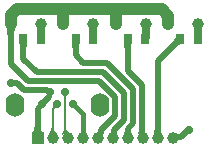
<source format=gbl>
G04*
G04 #@! TF.GenerationSoftware,Altium Limited,Altium Designer,19.0.10 (269)*
G04*
G04 Layer_Physical_Order=2*
G04 Layer_Color=16711680*
%FSLAX44Y44*%
%MOMM*%
G71*
G01*
G75*
%ADD11R,1.0000X1.0000*%
%ADD13C,0.5080*%
%ADD14C,1.0000*%
%ADD15C,0.7000*%
%ADD16O,1.6000X2.0000*%
%ADD17R,0.7000X0.9000*%
%ADD18C,0.3810*%
%ADD19C,0.1778*%
%ADD20C,0.6350*%
%ADD21C,1.0160*%
G36*
X47620Y-59881D02*
X47414Y-60123D01*
X47232Y-60368D01*
X47075Y-60616D01*
X46942Y-60867D01*
X46833Y-61120D01*
X46748Y-61377D01*
X46687Y-61637D01*
X46651Y-61899D01*
X46639Y-62165D01*
X44861D01*
X44849Y-61899D01*
X44813Y-61637D01*
X44752Y-61377D01*
X44667Y-61120D01*
X44558Y-60867D01*
X44425Y-60616D01*
X44268Y-60368D01*
X44086Y-60123D01*
X43880Y-59881D01*
X43650Y-59642D01*
X47850D01*
X47620Y-59881D01*
D02*
G37*
G36*
X39220Y-70500D02*
X38888Y-70506D01*
X38572Y-70532D01*
X38270Y-70576D01*
X37984Y-70640D01*
X37712Y-70723D01*
X37456Y-70826D01*
X37214Y-70947D01*
X36988Y-71088D01*
X36776Y-71248D01*
X36580Y-71427D01*
X35323Y-70170D01*
X35502Y-69974D01*
X35662Y-69762D01*
X35803Y-69536D01*
X35924Y-69294D01*
X36027Y-69038D01*
X36110Y-68766D01*
X36174Y-68480D01*
X36219Y-68178D01*
X36244Y-67862D01*
X36250Y-67530D01*
X39220Y-70500D01*
D02*
G37*
G36*
X25014Y-86666D02*
X25087Y-87529D01*
X25209Y-88291D01*
X25379Y-88952D01*
X25597Y-89510D01*
X25865Y-89968D01*
X26180Y-90323D01*
X26545Y-90577D01*
X26958Y-90730D01*
X27420Y-90780D01*
X17480D01*
X17942Y-90730D01*
X18355Y-90577D01*
X18720Y-90323D01*
X19035Y-89968D01*
X19303Y-89510D01*
X19521Y-88952D01*
X19691Y-88291D01*
X19813Y-87529D01*
X19886Y-86666D01*
X19910Y-85701D01*
X24990D01*
X25014Y-86666D01*
D02*
G37*
G36*
X36065Y-88195D02*
X36143Y-88577D01*
X36274Y-88973D01*
X36457Y-89385D01*
X36692Y-89812D01*
X36979Y-90255D01*
X37318Y-90713D01*
X37710Y-91186D01*
X38650Y-92179D01*
X31650D01*
X32146Y-91675D01*
X32982Y-90713D01*
X33321Y-90255D01*
X33608Y-89812D01*
X33843Y-89385D01*
X34026Y-88973D01*
X34156Y-88577D01*
X34235Y-88195D01*
X34261Y-87830D01*
X36039D01*
X36065Y-88195D01*
D02*
G37*
G36*
X46668Y-88311D02*
X46754Y-88701D01*
X46899Y-89069D01*
X47101Y-89416D01*
X47361Y-89740D01*
X47679Y-90044D01*
X48054Y-90325D01*
X48487Y-90585D01*
X48978Y-90823D01*
X49527Y-91039D01*
X43194Y-93927D01*
X43511Y-93104D01*
X44711Y-89339D01*
X44794Y-88908D01*
X44844Y-88532D01*
X44861Y-88212D01*
X46639Y-87899D01*
X46668Y-88311D01*
D02*
G37*
G36*
X3483Y-3590D02*
X3594D01*
X3394Y-3890D01*
X3215Y-4367D01*
X3057Y-5020D01*
X2920Y-5852D01*
X2709Y-8046D01*
X2551Y-12665D01*
X2540Y-14559D01*
X-2540D01*
X-2551Y-12665D01*
X-3057Y-5020D01*
X-3215Y-4367D01*
X-3394Y-3890D01*
X-3594Y-3590D01*
X-3483D01*
X-3500Y-3571D01*
X3500D01*
X3483Y-3590D01*
D02*
G37*
G36*
X13793Y-16770D02*
X13635Y-16923D01*
X13496Y-17177D01*
X13375Y-17532D01*
X13272Y-17989D01*
X13189Y-18548D01*
X13077Y-19971D01*
X13040Y-21799D01*
X7960D01*
X7951Y-20834D01*
X7728Y-17989D01*
X7625Y-17532D01*
X7505Y-17177D01*
X7365Y-16923D01*
X7207Y-16770D01*
X7031Y-16719D01*
X13970D01*
X13793Y-16770D01*
D02*
G37*
G36*
X28579Y-2637D02*
X28637Y-3571D01*
X28900D01*
X28838Y-3661D01*
X28783Y-3804D01*
X28734Y-4001D01*
X28692Y-4250D01*
X28684Y-4330D01*
X28895Y-7717D01*
X28970Y-7781D01*
X22030D01*
X22067Y-7717D01*
X22101Y-7527D01*
X22130Y-7209D01*
X22185Y-5746D01*
X22066Y-4001D01*
X22017Y-3804D01*
X21962Y-3661D01*
X21900Y-3571D01*
X22209D01*
X22225Y-1431D01*
X28575D01*
X28579Y-2637D01*
D02*
G37*
G36*
X52127Y-21799D02*
X52117Y-20834D01*
X51894Y-17989D01*
X51792Y-17532D01*
X51671Y-17177D01*
X51532Y-16923D01*
X51374Y-16770D01*
X51197Y-16719D01*
X58136D01*
X57960Y-16770D01*
X57802Y-16923D01*
X57662Y-17177D01*
X57541Y-17532D01*
X57439Y-17989D01*
X57355Y-18548D01*
X57244Y-19971D01*
X57207Y-21799D01*
X52127D01*
D02*
G37*
G36*
X145715Y-16719D02*
X145365Y-16387D01*
X144933Y-16208D01*
X144419Y-16184D01*
X143823Y-16312D01*
X143146Y-16595D01*
X142386Y-17031D01*
X141545Y-17620D01*
X140622Y-18364D01*
X138531Y-20312D01*
X134142Y-17516D01*
X135444Y-16178D01*
X138333Y-12750D01*
X138956Y-11803D01*
X139410Y-10954D01*
X139695Y-10203D01*
X139810Y-9549D01*
X139755Y-8993D01*
X139530Y-8535D01*
X145715Y-16719D01*
D02*
G37*
G36*
X102126Y-16770D02*
X101968Y-16923D01*
X101829Y-17177D01*
X101708Y-17532D01*
X101606Y-17989D01*
X101522Y-18548D01*
X101411Y-19971D01*
X101373Y-21799D01*
X96293D01*
X96284Y-20834D01*
X96061Y-17989D01*
X95959Y-17532D01*
X95838Y-17177D01*
X95698Y-16923D01*
X95540Y-16770D01*
X95364Y-16719D01*
X102303D01*
X102126Y-16770D01*
D02*
G37*
G36*
X101360Y-88548D02*
X101364Y-89116D01*
X101492Y-91150D01*
X101539Y-91395D01*
X101594Y-91586D01*
X101657Y-91724D01*
X101726Y-91808D01*
X95849Y-91608D01*
X95931Y-91523D01*
X96004Y-91385D01*
X96069Y-91192D01*
X96125Y-90947D01*
X96172Y-90647D01*
X96241Y-89888D01*
X96276Y-88914D01*
X96280Y-88347D01*
X101360Y-88548D01*
D02*
G37*
G36*
X126600Y-88984D02*
X126676Y-89953D01*
X126744Y-90383D01*
X126830Y-90775D01*
X126936Y-91130D01*
X127060Y-91448D01*
X127204Y-91729D01*
X127368Y-91973D01*
X127550Y-92179D01*
X120550D01*
X120732Y-91973D01*
X120896Y-91729D01*
X121040Y-91448D01*
X121164Y-91130D01*
X121270Y-90775D01*
X121356Y-90383D01*
X121424Y-89953D01*
X121472Y-89487D01*
X121510Y-88443D01*
X126590D01*
X126600Y-88984D01*
D02*
G37*
G36*
X113110Y-88605D02*
X113201Y-89564D01*
X113281Y-89984D01*
X113384Y-90364D01*
X113509Y-90705D01*
X113658Y-91006D01*
X113829Y-91267D01*
X114023Y-91488D01*
X114240Y-91670D01*
X107329Y-92779D01*
X107460Y-92573D01*
X107577Y-92330D01*
X107680Y-92049D01*
X107770Y-91730D01*
X107846Y-91373D01*
X107908Y-90978D01*
X107991Y-90076D01*
X108018Y-89022D01*
X113098Y-88066D01*
X113110Y-88605D01*
D02*
G37*
G36*
X143964Y-97817D02*
X141243Y-97944D01*
X140749Y-92749D01*
X143740Y-92737D01*
X143964Y-97817D01*
D02*
G37*
G36*
X161772Y-3571D02*
X162250D01*
X162188Y-3661D01*
X162133Y-3804D01*
X162084Y-4001D01*
X162042Y-4250D01*
X161977Y-4909D01*
X161938Y-5779D01*
X161925Y-6863D01*
X161535D01*
X161469Y-7781D01*
X154530D01*
X154729Y-7717D01*
X154907Y-7527D01*
X155063Y-7209D01*
X155199Y-6765D01*
X155314Y-6193D01*
X155408Y-5494D01*
X155464Y-4704D01*
X155416Y-4001D01*
X155367Y-3804D01*
X155312Y-3661D01*
X155250Y-3571D01*
X155536D01*
X155575Y-1431D01*
X161925D01*
X161772Y-3571D01*
D02*
G37*
G36*
X117417D02*
X117800D01*
X117738Y-3661D01*
X117683Y-3804D01*
X117634Y-4001D01*
X117592Y-4250D01*
X117527Y-4909D01*
X117488Y-5779D01*
X117475Y-6863D01*
X117328D01*
X117303Y-7781D01*
X110364D01*
X110508Y-7717D01*
X110638Y-7527D01*
X110752Y-7209D01*
X110851Y-6765D01*
X110935Y-6193D01*
X111032Y-4975D01*
X110966Y-4001D01*
X110917Y-3804D01*
X110862Y-3661D01*
X110800Y-3571D01*
X111080D01*
X111125Y-1431D01*
X117475D01*
X117417Y-3571D01*
D02*
G37*
G36*
X73063D02*
X73350D01*
X73288Y-3661D01*
X73233Y-3804D01*
X73184Y-4001D01*
X73142Y-4250D01*
X73085Y-4832D01*
X73136Y-7781D01*
X66197D01*
X66288Y-7717D01*
X66369Y-7527D01*
X66441Y-7209D01*
X66503Y-6765D01*
X66599Y-5494D01*
X66603Y-5278D01*
X66516Y-4001D01*
X66467Y-3804D01*
X66412Y-3661D01*
X66350Y-3571D01*
X66635D01*
X66675Y-1431D01*
X73025D01*
X73063Y-3571D01*
D02*
G37*
D11*
X22450Y-95750D02*
D03*
D13*
X0Y-49420D02*
X108Y-49528D01*
X5026D01*
X10868Y-55370D01*
X30371D01*
X32501Y-57500D01*
X32750D01*
X0Y-33726D02*
X14024Y-47750D01*
X0Y-33726D02*
Y0D01*
X33776Y-47750D02*
X74748D01*
X14024D02*
X33776D01*
X124050Y-95750D02*
Y-31200D01*
X141040Y-14210D01*
X142040D01*
X143000Y-13250D01*
Y-12250D01*
X110558Y-94958D02*
X111350Y-95750D01*
X110558Y-94958D02*
Y-87271D01*
X110940Y-86889D01*
Y-51613D01*
X98833Y-39506D02*
X110940Y-51613D01*
X98833Y-39506D02*
Y-12250D01*
X54667Y-26167D02*
X61010Y-32510D01*
X81060D01*
X103320Y-54770D01*
Y-83733D02*
Y-54770D01*
X98820Y-88233D02*
X103320Y-83733D01*
X98820Y-95580D02*
Y-88233D01*
X98650Y-95750D02*
X98820Y-95580D01*
X54667Y-26167D02*
Y-12250D01*
X95700Y-80576D02*
Y-57926D01*
X77904Y-40130D02*
X95700Y-57926D01*
X21630Y-40130D02*
X77904D01*
X86891Y-89385D02*
X95700Y-80576D01*
X86891Y-94809D02*
Y-89385D01*
X85950Y-95750D02*
X86891Y-94809D01*
X10500Y-29000D02*
X21630Y-40130D01*
X10500Y-29000D02*
Y-12250D01*
X75870Y-91799D02*
Y-89630D01*
X73250Y-94419D02*
X75870Y-91799D01*
X73250Y-95750D02*
Y-94419D01*
X75870Y-89630D02*
X88080Y-77420D01*
Y-61082D01*
X74748Y-47750D02*
X88080Y-61082D01*
X149991Y-89250D02*
X150750D01*
X143964Y-95277D02*
X149991Y-89250D01*
X137223Y-95277D02*
X143964D01*
X136750Y-95750D02*
X137223Y-95277D01*
X26250Y-67500D02*
X32574Y-61176D01*
X22450Y-95750D02*
Y-71300D01*
X26250Y-67500D01*
D14*
X136750Y-95750D02*
D03*
X124050D02*
D03*
X111350D02*
D03*
X98650D02*
D03*
X85950D02*
D03*
X73250D02*
D03*
X60550D02*
D03*
X47850D02*
D03*
X35150D02*
D03*
X133350Y0D02*
D03*
X158750D02*
D03*
X88900D02*
D03*
X114300D02*
D03*
X44450D02*
D03*
X69850D02*
D03*
X0D02*
D03*
X25400D02*
D03*
D15*
X52250Y-67500D02*
D03*
X45750Y-57500D02*
D03*
X39250Y-67500D02*
D03*
X32750Y-57500D02*
D03*
X26250Y-67500D02*
D03*
X0Y-49420D02*
D03*
X150750Y-89250D02*
D03*
D16*
X3500Y-68500D02*
D03*
X75000D02*
D03*
D17*
X143000Y-12250D02*
D03*
X158000D02*
D03*
X98833D02*
D03*
X113833D02*
D03*
X10500D02*
D03*
X25500D02*
D03*
X54667D02*
D03*
X69667D02*
D03*
D18*
X60550Y-95750D02*
Y-75800D01*
X52250Y-67500D02*
X60550Y-75800D01*
D19*
X35150Y-95750D02*
Y-71600D01*
X39250Y-67500D01*
X47850Y-95750D02*
Y-93525D01*
X45750Y-91425D02*
X47850Y-93525D01*
X45750Y-91425D02*
Y-57500D01*
D20*
X158000Y-12250D02*
Y-11250D01*
X158750Y-10500D01*
Y0D01*
X113833Y-12250D02*
Y-11250D01*
X114300Y-10783D01*
Y0D01*
X69667Y-12250D02*
X69850Y-12067D01*
Y0D01*
X25400Y-12150D02*
X25500Y-12250D01*
X25400Y-12150D02*
Y0D01*
D21*
X88750Y12750D02*
X127500D01*
X45000D02*
X88750D01*
X88900Y12600D01*
Y0D02*
Y12600D01*
X4750Y12750D02*
X45000D01*
X44450Y12200D02*
X45000Y12750D01*
X44450Y0D02*
Y12200D01*
X0Y8000D02*
X4750Y12750D01*
X0Y0D02*
Y8000D01*
X133350Y0D02*
Y6900D01*
X127500Y12750D02*
X133350Y6900D01*
M02*

</source>
